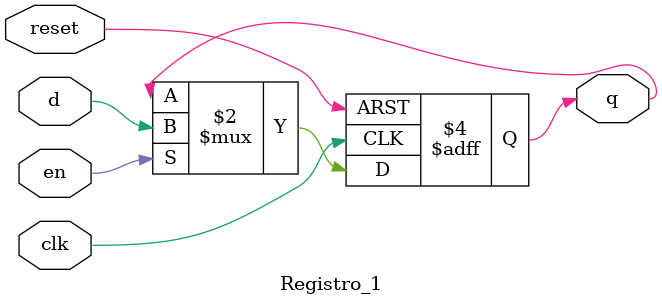
<source format=v>
`timescale 1ns / 1ps
module Registro_1(

input wire clk, reset ,
input wire en ,
input wire d ,
output reg q
);

always @(posedge clk, posedge reset)
if (reset)
q <= 1'b0;
else if (en)
q <= d ;

endmodule

</source>
